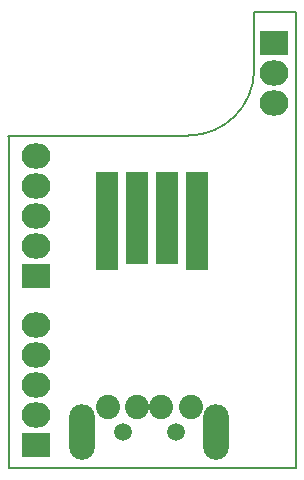
<source format=gbs>
%TF.GenerationSoftware,KiCad,Pcbnew,4.0.7*%
%TF.CreationDate,2018-03-06T15:15:19+00:00*%
%TF.ProjectId,a5v11-mod-01,61357631312D6D6F642D30312E6B6963,rev?*%
%TF.FileFunction,Soldermask,Bot*%
%FSLAX46Y46*%
G04 Gerber Fmt 4.6, Leading zero omitted, Abs format (unit mm)*
G04 Created by KiCad (PCBNEW 4.0.7) date Tuesday, 06 March 2018 'PMt' 15:15:19*
%MOMM*%
%LPD*%
G01*
G04 APERTURE LIST*
%ADD10C,0.100000*%
%ADD11C,0.150000*%
%ADD12R,1.900000X8.400000*%
%ADD13R,1.900000X7.900000*%
%ADD14R,2.432000X2.127200*%
%ADD15O,2.432000X2.127200*%
%ADD16C,2.050000*%
%ADD17C,1.500000*%
%ADD18O,2.200000X4.700000*%
G04 APERTURE END LIST*
D10*
D11*
X15240000Y28194000D02*
G75*
G03X20828000Y33782000I0J5588000D01*
G01*
X90600Y71400D02*
X90600Y28121400D01*
X24390600Y71400D02*
X90600Y71400D01*
X24390600Y38621400D02*
X24390600Y71400D01*
X20790600Y38621400D02*
X24390600Y38621400D01*
X20828000Y33782000D02*
X20790600Y38621400D01*
X0Y28194000D02*
X15240000Y28194000D01*
D12*
X8370600Y20921400D03*
X15990600Y20921400D03*
D13*
X13480600Y21171400D03*
X10880600Y21171400D03*
D14*
X22550600Y35991400D03*
D15*
X22550600Y33451400D03*
X22550600Y30911400D03*
D14*
X2340600Y16311400D03*
D15*
X2340600Y18851400D03*
X2340600Y21391400D03*
X2340600Y23931400D03*
X2340600Y26471400D03*
D14*
X2340600Y2021400D03*
D15*
X2340600Y4561400D03*
X2340600Y7101400D03*
X2340600Y9641400D03*
X2340600Y12181400D03*
D16*
X12940600Y5171400D03*
X15440600Y5171400D03*
X10940600Y5171400D03*
X8440600Y5171400D03*
D17*
X14190600Y3071400D03*
X9690600Y3071400D03*
D18*
X6240600Y3071400D03*
X17640600Y3071400D03*
M02*

</source>
